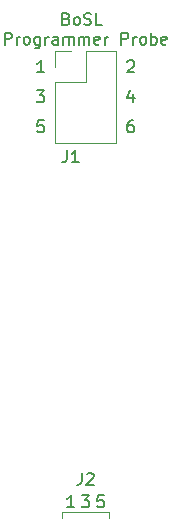
<source format=gbr>
%TF.GenerationSoftware,KiCad,Pcbnew,(5.1.9)-1*%
%TF.CreationDate,2021-02-02T14:52:02+11:00*%
%TF.ProjectId,Program-Conn,50726f67-7261-46d2-9d43-6f6e6e2e6b69,rev?*%
%TF.SameCoordinates,Original*%
%TF.FileFunction,Legend,Top*%
%TF.FilePolarity,Positive*%
%FSLAX46Y46*%
G04 Gerber Fmt 4.6, Leading zero omitted, Abs format (unit mm)*
G04 Created by KiCad (PCBNEW (5.1.9)-1) date 2021-02-02 14:52:02*
%MOMM*%
%LPD*%
G01*
G04 APERTURE LIST*
%ADD10C,0.150000*%
%ADD11C,0.120000*%
G04 APERTURE END LIST*
D10*
X125357142Y-103878571D02*
X125500000Y-103926190D01*
X125547619Y-103973809D01*
X125595238Y-104069047D01*
X125595238Y-104211904D01*
X125547619Y-104307142D01*
X125500000Y-104354761D01*
X125404761Y-104402380D01*
X125023809Y-104402380D01*
X125023809Y-103402380D01*
X125357142Y-103402380D01*
X125452380Y-103450000D01*
X125500000Y-103497619D01*
X125547619Y-103592857D01*
X125547619Y-103688095D01*
X125500000Y-103783333D01*
X125452380Y-103830952D01*
X125357142Y-103878571D01*
X125023809Y-103878571D01*
X126166666Y-104402380D02*
X126071428Y-104354761D01*
X126023809Y-104307142D01*
X125976190Y-104211904D01*
X125976190Y-103926190D01*
X126023809Y-103830952D01*
X126071428Y-103783333D01*
X126166666Y-103735714D01*
X126309523Y-103735714D01*
X126404761Y-103783333D01*
X126452380Y-103830952D01*
X126500000Y-103926190D01*
X126500000Y-104211904D01*
X126452380Y-104307142D01*
X126404761Y-104354761D01*
X126309523Y-104402380D01*
X126166666Y-104402380D01*
X126880952Y-104354761D02*
X127023809Y-104402380D01*
X127261904Y-104402380D01*
X127357142Y-104354761D01*
X127404761Y-104307142D01*
X127452380Y-104211904D01*
X127452380Y-104116666D01*
X127404761Y-104021428D01*
X127357142Y-103973809D01*
X127261904Y-103926190D01*
X127071428Y-103878571D01*
X126976190Y-103830952D01*
X126928571Y-103783333D01*
X126880952Y-103688095D01*
X126880952Y-103592857D01*
X126928571Y-103497619D01*
X126976190Y-103450000D01*
X127071428Y-103402380D01*
X127309523Y-103402380D01*
X127452380Y-103450000D01*
X128357142Y-104402380D02*
X127880952Y-104402380D01*
X127880952Y-103402380D01*
X120166666Y-106052380D02*
X120166666Y-105052380D01*
X120547619Y-105052380D01*
X120642857Y-105100000D01*
X120690476Y-105147619D01*
X120738095Y-105242857D01*
X120738095Y-105385714D01*
X120690476Y-105480952D01*
X120642857Y-105528571D01*
X120547619Y-105576190D01*
X120166666Y-105576190D01*
X121166666Y-106052380D02*
X121166666Y-105385714D01*
X121166666Y-105576190D02*
X121214285Y-105480952D01*
X121261904Y-105433333D01*
X121357142Y-105385714D01*
X121452380Y-105385714D01*
X121928571Y-106052380D02*
X121833333Y-106004761D01*
X121785714Y-105957142D01*
X121738095Y-105861904D01*
X121738095Y-105576190D01*
X121785714Y-105480952D01*
X121833333Y-105433333D01*
X121928571Y-105385714D01*
X122071428Y-105385714D01*
X122166666Y-105433333D01*
X122214285Y-105480952D01*
X122261904Y-105576190D01*
X122261904Y-105861904D01*
X122214285Y-105957142D01*
X122166666Y-106004761D01*
X122071428Y-106052380D01*
X121928571Y-106052380D01*
X123119047Y-105385714D02*
X123119047Y-106195238D01*
X123071428Y-106290476D01*
X123023809Y-106338095D01*
X122928571Y-106385714D01*
X122785714Y-106385714D01*
X122690476Y-106338095D01*
X123119047Y-106004761D02*
X123023809Y-106052380D01*
X122833333Y-106052380D01*
X122738095Y-106004761D01*
X122690476Y-105957142D01*
X122642857Y-105861904D01*
X122642857Y-105576190D01*
X122690476Y-105480952D01*
X122738095Y-105433333D01*
X122833333Y-105385714D01*
X123023809Y-105385714D01*
X123119047Y-105433333D01*
X123595238Y-106052380D02*
X123595238Y-105385714D01*
X123595238Y-105576190D02*
X123642857Y-105480952D01*
X123690476Y-105433333D01*
X123785714Y-105385714D01*
X123880952Y-105385714D01*
X124642857Y-106052380D02*
X124642857Y-105528571D01*
X124595238Y-105433333D01*
X124500000Y-105385714D01*
X124309523Y-105385714D01*
X124214285Y-105433333D01*
X124642857Y-106004761D02*
X124547619Y-106052380D01*
X124309523Y-106052380D01*
X124214285Y-106004761D01*
X124166666Y-105909523D01*
X124166666Y-105814285D01*
X124214285Y-105719047D01*
X124309523Y-105671428D01*
X124547619Y-105671428D01*
X124642857Y-105623809D01*
X125119047Y-106052380D02*
X125119047Y-105385714D01*
X125119047Y-105480952D02*
X125166666Y-105433333D01*
X125261904Y-105385714D01*
X125404761Y-105385714D01*
X125500000Y-105433333D01*
X125547619Y-105528571D01*
X125547619Y-106052380D01*
X125547619Y-105528571D02*
X125595238Y-105433333D01*
X125690476Y-105385714D01*
X125833333Y-105385714D01*
X125928571Y-105433333D01*
X125976190Y-105528571D01*
X125976190Y-106052380D01*
X126452380Y-106052380D02*
X126452380Y-105385714D01*
X126452380Y-105480952D02*
X126500000Y-105433333D01*
X126595238Y-105385714D01*
X126738095Y-105385714D01*
X126833333Y-105433333D01*
X126880952Y-105528571D01*
X126880952Y-106052380D01*
X126880952Y-105528571D02*
X126928571Y-105433333D01*
X127023809Y-105385714D01*
X127166666Y-105385714D01*
X127261904Y-105433333D01*
X127309523Y-105528571D01*
X127309523Y-106052380D01*
X128166666Y-106004761D02*
X128071428Y-106052380D01*
X127880952Y-106052380D01*
X127785714Y-106004761D01*
X127738095Y-105909523D01*
X127738095Y-105528571D01*
X127785714Y-105433333D01*
X127880952Y-105385714D01*
X128071428Y-105385714D01*
X128166666Y-105433333D01*
X128214285Y-105528571D01*
X128214285Y-105623809D01*
X127738095Y-105719047D01*
X128642857Y-106052380D02*
X128642857Y-105385714D01*
X128642857Y-105576190D02*
X128690476Y-105480952D01*
X128738095Y-105433333D01*
X128833333Y-105385714D01*
X128928571Y-105385714D01*
X130023809Y-106052380D02*
X130023809Y-105052380D01*
X130404761Y-105052380D01*
X130500000Y-105100000D01*
X130547619Y-105147619D01*
X130595238Y-105242857D01*
X130595238Y-105385714D01*
X130547619Y-105480952D01*
X130500000Y-105528571D01*
X130404761Y-105576190D01*
X130023809Y-105576190D01*
X131023809Y-106052380D02*
X131023809Y-105385714D01*
X131023809Y-105576190D02*
X131071428Y-105480952D01*
X131119047Y-105433333D01*
X131214285Y-105385714D01*
X131309523Y-105385714D01*
X131785714Y-106052380D02*
X131690476Y-106004761D01*
X131642857Y-105957142D01*
X131595238Y-105861904D01*
X131595238Y-105576190D01*
X131642857Y-105480952D01*
X131690476Y-105433333D01*
X131785714Y-105385714D01*
X131928571Y-105385714D01*
X132023809Y-105433333D01*
X132071428Y-105480952D01*
X132119047Y-105576190D01*
X132119047Y-105861904D01*
X132071428Y-105957142D01*
X132023809Y-106004761D01*
X131928571Y-106052380D01*
X131785714Y-106052380D01*
X132547619Y-106052380D02*
X132547619Y-105052380D01*
X132547619Y-105433333D02*
X132642857Y-105385714D01*
X132833333Y-105385714D01*
X132928571Y-105433333D01*
X132976190Y-105480952D01*
X133023809Y-105576190D01*
X133023809Y-105861904D01*
X132976190Y-105957142D01*
X132928571Y-106004761D01*
X132833333Y-106052380D01*
X132642857Y-106052380D01*
X132547619Y-106004761D01*
X133833333Y-106004761D02*
X133738095Y-106052380D01*
X133547619Y-106052380D01*
X133452380Y-106004761D01*
X133404761Y-105909523D01*
X133404761Y-105528571D01*
X133452380Y-105433333D01*
X133547619Y-105385714D01*
X133738095Y-105385714D01*
X133833333Y-105433333D01*
X133880952Y-105528571D01*
X133880952Y-105623809D01*
X133404761Y-105719047D01*
X130524285Y-107497619D02*
X130571904Y-107450000D01*
X130667142Y-107402380D01*
X130905238Y-107402380D01*
X131000476Y-107450000D01*
X131048095Y-107497619D01*
X131095714Y-107592857D01*
X131095714Y-107688095D01*
X131048095Y-107830952D01*
X130476666Y-108402380D01*
X131095714Y-108402380D01*
X131000476Y-110275714D02*
X131000476Y-110942380D01*
X130762380Y-109894761D02*
X130524285Y-110609047D01*
X131143333Y-110609047D01*
X131000476Y-112482380D02*
X130810000Y-112482380D01*
X130714761Y-112530000D01*
X130667142Y-112577619D01*
X130571904Y-112720476D01*
X130524285Y-112910952D01*
X130524285Y-113291904D01*
X130571904Y-113387142D01*
X130619523Y-113434761D01*
X130714761Y-113482380D01*
X130905238Y-113482380D01*
X131000476Y-113434761D01*
X131048095Y-113387142D01*
X131095714Y-113291904D01*
X131095714Y-113053809D01*
X131048095Y-112958571D01*
X131000476Y-112910952D01*
X130905238Y-112863333D01*
X130714761Y-112863333D01*
X130619523Y-112910952D01*
X130571904Y-112958571D01*
X130524285Y-113053809D01*
X123428095Y-112482380D02*
X122951904Y-112482380D01*
X122904285Y-112958571D01*
X122951904Y-112910952D01*
X123047142Y-112863333D01*
X123285238Y-112863333D01*
X123380476Y-112910952D01*
X123428095Y-112958571D01*
X123475714Y-113053809D01*
X123475714Y-113291904D01*
X123428095Y-113387142D01*
X123380476Y-113434761D01*
X123285238Y-113482380D01*
X123047142Y-113482380D01*
X122951904Y-113434761D01*
X122904285Y-113387142D01*
X122856666Y-109942380D02*
X123475714Y-109942380D01*
X123142380Y-110323333D01*
X123285238Y-110323333D01*
X123380476Y-110370952D01*
X123428095Y-110418571D01*
X123475714Y-110513809D01*
X123475714Y-110751904D01*
X123428095Y-110847142D01*
X123380476Y-110894761D01*
X123285238Y-110942380D01*
X122999523Y-110942380D01*
X122904285Y-110894761D01*
X122856666Y-110847142D01*
X123475714Y-108402380D02*
X122904285Y-108402380D01*
X123190000Y-108402380D02*
X123190000Y-107402380D01*
X123094761Y-107545238D01*
X122999523Y-107640476D01*
X122904285Y-107688095D01*
D11*
%TO.C,J2*%
X129000000Y-145610000D02*
X129000000Y-146110000D01*
X125000000Y-145610000D02*
X129000000Y-145610000D01*
X125000000Y-146110000D02*
X125000000Y-145610000D01*
%TO.C,J1*%
X124400000Y-106620000D02*
X125730000Y-106620000D01*
X124400000Y-107950000D02*
X124400000Y-106620000D01*
X127000000Y-106620000D02*
X129600000Y-106620000D01*
X127000000Y-109220000D02*
X127000000Y-106620000D01*
X124400000Y-109220000D02*
X127000000Y-109220000D01*
X129600000Y-106620000D02*
X129600000Y-114360000D01*
X124400000Y-109220000D02*
X124400000Y-114360000D01*
X124400000Y-114360000D02*
X129600000Y-114360000D01*
%TO.C,J2*%
D10*
X126666666Y-142327380D02*
X126666666Y-143041666D01*
X126619047Y-143184523D01*
X126523809Y-143279761D01*
X126380952Y-143327380D01*
X126285714Y-143327380D01*
X127095238Y-142422619D02*
X127142857Y-142375000D01*
X127238095Y-142327380D01*
X127476190Y-142327380D01*
X127571428Y-142375000D01*
X127619047Y-142422619D01*
X127666666Y-142517857D01*
X127666666Y-142613095D01*
X127619047Y-142755952D01*
X127047619Y-143327380D01*
X127666666Y-143327380D01*
X128508095Y-144232380D02*
X128031904Y-144232380D01*
X127984285Y-144708571D01*
X128031904Y-144660952D01*
X128127142Y-144613333D01*
X128365238Y-144613333D01*
X128460476Y-144660952D01*
X128508095Y-144708571D01*
X128555714Y-144803809D01*
X128555714Y-145041904D01*
X128508095Y-145137142D01*
X128460476Y-145184761D01*
X128365238Y-145232380D01*
X128127142Y-145232380D01*
X128031904Y-145184761D01*
X127984285Y-145137142D01*
X126666666Y-144232380D02*
X127285714Y-144232380D01*
X126952380Y-144613333D01*
X127095238Y-144613333D01*
X127190476Y-144660952D01*
X127238095Y-144708571D01*
X127285714Y-144803809D01*
X127285714Y-145041904D01*
X127238095Y-145137142D01*
X127190476Y-145184761D01*
X127095238Y-145232380D01*
X126809523Y-145232380D01*
X126714285Y-145184761D01*
X126666666Y-145137142D01*
X126015714Y-145232380D02*
X125444285Y-145232380D01*
X125730000Y-145232380D02*
X125730000Y-144232380D01*
X125634761Y-144375238D01*
X125539523Y-144470476D01*
X125444285Y-144518095D01*
%TO.C,J1*%
X125396666Y-115022380D02*
X125396666Y-115736666D01*
X125349047Y-115879523D01*
X125253809Y-115974761D01*
X125110952Y-116022380D01*
X125015714Y-116022380D01*
X126396666Y-116022380D02*
X125825238Y-116022380D01*
X126110952Y-116022380D02*
X126110952Y-115022380D01*
X126015714Y-115165238D01*
X125920476Y-115260476D01*
X125825238Y-115308095D01*
%TD*%
M02*

</source>
